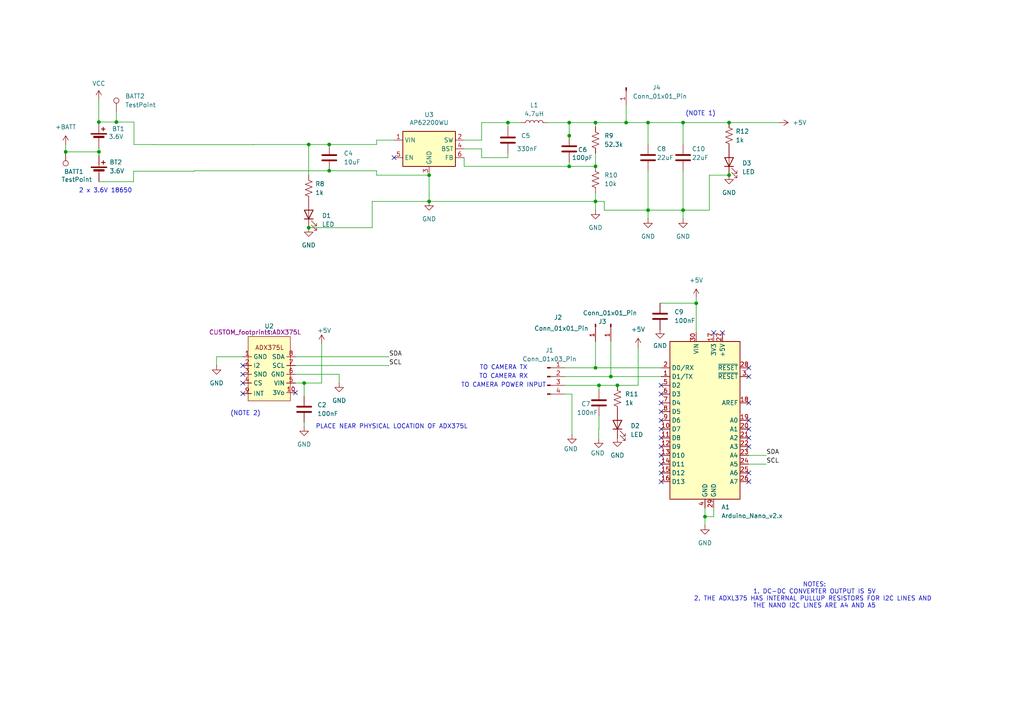
<source format=kicad_sch>
(kicad_sch (version 20231120) (generator "eeschema") (generator_version "8.0")
  (paper "A4")
  (title_block (title "UVR Anduril 2 Camera PCB") (date "2025-02-11") (rev "Rev 2.1") (company "By: Khephren Gould"))
  (lib_symbols
    (symbol "Connector:Conn_01x01_Pin" (pin_names (offset 1.016) hide)
      (property "Reference" "J" (at 0 2.54 0))
      (property "Value" "Conn_01x01_Pin" (at 0 -2.54 0))
      (symbol "Conn_01x01_Pin_1_1"
        (polyline (pts (xy 1.27 0) (xy 0.8636 0)) (stroke (width 0.1524)))
        (rectangle (start 0.8636 0.127) (end 0 -0.127) (stroke (width 0.1524)) (fill (type outline)))
        (pin passive line (at 5.08 0 180) (length 3.81) (name "Pin_1") (number "1"))
      )
    )
    (symbol "Connector:Conn_01x04_Pin" (pin_names (offset 1.016) hide)
      (property "Reference" "J" (at 0 5.08 0))
      (property "Value" "Conn_01x04_Pin" (at 0 -7.62 0))
      (symbol "Conn_01x04_Pin_1_1"
        (polyline (pts (xy 1.27 -5.08) (xy 0.8636 -5.08)) (stroke (width 0.1524)))
        (polyline (pts (xy 1.27 -2.54) (xy 0.8636 -2.54)) (stroke (width 0.1524)))
        (polyline (pts (xy 1.27 0) (xy 0.8636 0)) (stroke (width 0.1524)))
        (polyline (pts (xy 1.27 2.54) (xy 0.8636 2.54)) (stroke (width 0.1524)))
        (rectangle (start 0.8636 -4.953) (end 0 -5.207) (stroke (width 0.1524)) (fill (type outline)))
        (rectangle (start 0.8636 -2.413) (end 0 -2.667) (stroke (width 0.1524)) (fill (type outline)))
        (rectangle (start 0.8636 0.127) (end 0 -0.127) (stroke (width 0.1524)) (fill (type outline)))
        (rectangle (start 0.8636 2.667) (end 0 2.413) (stroke (width 0.1524)) (fill (type outline)))
        (pin passive line (at 5.08 2.54 180) (length 3.81) (name "Pin_1") (number "1"))
        (pin passive line (at 5.08 0 180) (length 3.81) (name "Pin_2") (number "2"))
        (pin passive line (at 5.08 -2.54 180) (length 3.81) (name "Pin_3") (number "3"))
        (pin passive line (at 5.08 -5.08 180) (length 3.81) (name "Pin_4") (number "4"))
      )
    )
    (symbol "Connector:TestPoint" (pin_numbers hide) (pin_names (offset 0.762) hide)
      (property "Reference" "TP" (at 0 6.858 0))
      (property "Value" "TestPoint" (at 0 5.08 0))
      (symbol "TestPoint_0_1"
        (circle (center 0 3.302) (radius 0.762))
      )
      (symbol "TestPoint_1_1"
        (pin passive line (at 0 0 90) (length 2.54) (name "1") (number "1"))
      )
    )
    (symbol "Device:Battery_Cell" (pin_numbers hide) (pin_names (offset 0) hide)
      (property "Reference" "BT" (at 2.54 2.54 0))
      (property "Value" "Battery_Cell" (at 2.54 0 0))
      (symbol "Battery_Cell_0_1"
        (rectangle (start -2.286 1.778) (end 2.286 1.524) (fill (type outline)))
        (rectangle (start -1.524 1.016) (end 1.524 0.508) (fill (type outline)))
        (polyline (pts (xy 0 0.762) (xy 0 0)))
        (polyline (pts (xy 0 1.778) (xy 0 2.54)))
        (polyline (pts (xy 0.762 3.048) (xy 1.778 3.048)) (stroke (width 0.254)))
        (polyline (pts (xy 1.27 3.556) (xy 1.27 2.54)) (stroke (width 0.254)))
      )
      (symbol "Battery_Cell_1_1"
        (pin passive line (at 0 5.08 270) (length 2.54) (name "+") (number "1"))
        (pin passive line (at 0 -2.54 90) (length 2.54) (name "-") (number "2"))
      )
    )
    (symbol "Device:C" (pin_numbers hide) (pin_names (offset 0.254))
      (property "Reference" "C" (at 0.635 2.54 0))
      (property "Value" "C" (at 0.635 -2.54 0))
      (symbol "C_0_1"
        (polyline (pts (xy -2.032 -0.762) (xy 2.032 -0.762)) (stroke (width 0.508)))
        (polyline (pts (xy -2.032 0.762) (xy 2.032 0.762)) (stroke (width 0.508)))
      )
      (symbol "C_1_1"
        (pin passive line (at 0 3.81 270) (length 2.794) (name "~") (number "1"))
        (pin passive line (at 0 -3.81 90) (length 2.794) (name "~") (number "2"))
      )
    )
    (symbol "Device:L" (pin_numbers hide) (pin_names (offset 1.016) hide)
      (property "Reference" "L" (at -1.27 0 90))
      (property "Value" "L" (at 1.905 0 90))
      (symbol "L_0_1"
        (arc (start 0 -2.54) (mid 0.6323 -1.905) (end 0 -1.27))
        (arc (start 0 -1.27) (mid 0.6323 -0.635) (end 0 0))
        (arc (start 0 0) (mid 0.6323 0.635) (end 0 1.27))
        (arc (start 0 1.27) (mid 0.6323 1.905) (end 0 2.54))
      )
      (symbol "L_1_1"
        (pin passive line (at 0 3.81 270) (length 1.27) (name "1") (number "1"))
        (pin passive line (at 0 -3.81 90) (length 1.27) (name "2") (number "2"))
      )
    )
    (symbol "Device:LED" (pin_numbers hide) (pin_names (offset 1.016) hide)
      (property "Reference" "D" (at 0 2.54 0))
      (property "Value" "LED" (at 0 -2.54 0))
      (symbol "LED_0_1"
        (polyline (pts (xy -1.27 -1.27) (xy -1.27 1.27)) (stroke (width 0.254)))
        (polyline (pts (xy -1.27 0) (xy 1.27 0)))
        (polyline (pts (xy 1.27 -1.27) (xy 1.27 1.27) (xy -1.27 0) (xy 1.27 -1.27)) (stroke (width 0.254)))
        (polyline (pts (xy -3.048 -0.762) (xy -4.572 -2.286) (xy -3.81 -2.286) (xy -4.572 -2.286) (xy -4.572 -1.524)))
        (polyline (pts (xy -1.778 -0.762) (xy -3.302 -2.286) (xy -2.54 -2.286) (xy -3.302 -2.286) (xy -3.302 -1.524)))
      )
      (symbol "LED_1_1"
        (pin passive line (at -3.81 0 0) (length 2.54) (name "K") (number "1"))
        (pin passive line (at 3.81 0 180) (length 2.54) (name "A") (number "2"))
      )
    )
    (symbol "Device:R_US" (pin_numbers hide) (pin_names (offset 0))
      (property "Reference" "R" (at 2.54 0 90))
      (property "Value" "R_US" (at -2.54 0 90))
      (symbol "R_US_0_1"
        (polyline (pts (xy 0 -2.286) (xy 0 -2.54)))
        (polyline (pts (xy 0 2.286) (xy 0 2.54)))
        (polyline (pts (xy 0 -0.762) (xy 1.016 -1.143) (xy 0 -1.524) (xy -1.016 -1.905) (xy 0 -2.286)))
        (polyline (pts (xy 0 0.762) (xy 1.016 0.381) (xy 0 0) (xy -1.016 -0.381) (xy 0 -0.762)))
        (polyline (pts (xy 0 2.286) (xy 1.016 1.905) (xy 0 1.524) (xy -1.016 1.143) (xy 0 0.762)))
      )
      (symbol "R_US_1_1"
        (pin passive line (at 0 3.81 270) (length 1.27) (name "~") (number "1"))
        (pin passive line (at 0 -3.81 90) (length 1.27) (name "~") (number "2"))
      )
    )
    (symbol "GND_1" (power) (pin_numbers hide) (pin_names (offset 0) hide)
      (property "Value" "GND" (at 0 -5.08 0))
      (symbol "GND_1_0_1"
        (polyline (pts (xy 0 0) (xy 0 -1.27) (xy 1.27 -1.27) (xy 0 -2.54) (xy -1.27 -1.27) (xy 0 -1.27)))
      )
      (symbol "GND_1_1_1"
        (pin bidirectional line (at 0 0 270) (length 0) (name "~") (number "1"))
      )
    )
    (symbol "MCU_Module:Arduino_Nano_v2.x"
      (property "Reference" "A1" (at 4.7341 -25.146 0))
      (property "Value" "Arduino_Nano_v2.x" (at 4.7341 -27.686 0))
      (symbol "Arduino_Nano_v2.x_0_1"
        (rectangle (start -10.16 22.86) (end 10.16 -22.86) (stroke (width 0.254)) (fill (type background)))
      )
      (symbol "Arduino_Nano_v2.x_1_1"
        (pin bidirectional line (at -12.7 12.7 0) (length 2.54) (name "D1/TX") (number "1"))
        (pin bidirectional line (at -12.7 -2.54 0) (length 2.54) (name "D7") (number "10"))
        (pin bidirectional line (at -12.7 -5.08 0) (length 2.54) (name "D8") (number "11"))
        (pin bidirectional line (at -12.7 -7.62 0) (length 2.54) (name "D9") (number "12"))
        (pin bidirectional line (at -12.7 -10.16 0) (length 2.54) (name "D10") (number "13"))
        (pin bidirectional line (at -12.7 -12.7 0) (length 2.54) (name "D11") (number "14"))
        (pin bidirectional line (at -12.7 -15.24 0) (length 2.54) (name "D12") (number "15"))
        (pin bidirectional line (at -12.7 -17.78 0) (length 2.54) (name "D13") (number "16"))
        (pin power_out line (at 2.54 25.4 270) (length 2.54) (name "3V3") (number "17"))
        (pin input line (at 12.7 5.08 180) (length 2.54) (name "AREF") (number "18"))
        (pin bidirectional line (at 12.7 0 180) (length 2.54) (name "A0") (number "19"))
        (pin bidirectional line (at -12.7 15.24 0) (length 2.54) (name "D0/RX") (number "2"))
        (pin bidirectional line (at 12.7 -2.54 180) (length 2.54) (name "A1") (number "20"))
        (pin bidirectional line (at 12.7 -5.08 180) (length 2.54) (name "A2") (number "21"))
        (pin bidirectional line (at 12.7 -7.62 180) (length 2.54) (name "A3") (number "22"))
        (pin bidirectional line (at 12.7 -10.16 180) (length 2.54) (name "A4") (number "23"))
        (pin bidirectional line (at 12.7 -12.7 180) (length 2.54) (name "A5") (number "24"))
        (pin bidirectional line (at 12.7 -15.24 180) (length 2.54) (name "A6") (number "25"))
        (pin bidirectional line (at 12.7 -17.78 180) (length 2.54) (name "A7") (number "26"))
        (pin power_out line (at 5.08 25.4 270) (length 2.54) (name "+5V") (number "27"))
        (pin input line (at 12.7 15.24 180) (length 2.54) (name "~{RESET}") (number "28"))
        (pin power_in line (at 2.54 -25.4 90) (length 2.54) (name "GND") (number "29"))
        (pin input line (at 12.7 12.7 180) (length 2.54) (name "~{RESET}") (number "3"))
        (pin bidirectional line (at -2.54 25.4 270) (length 2.54) (name "VIN") (number "30"))
        (pin power_in line (at 0 -25.4 90) (length 2.54) (name "GND") (number "4"))
        (pin bidirectional line (at -12.7 10.16 0) (length 2.54) (name "D2") (number "5"))
        (pin bidirectional line (at -12.7 7.62 0) (length 2.54) (name "D3") (number "6"))
        (pin bidirectional line (at -12.7 5.08 0) (length 2.54) (name "D4") (number "7"))
        (pin bidirectional line (at -12.7 2.54 0) (length 2.54) (name "D5") (number "8"))
        (pin bidirectional line (at -12.7 0 0) (length 2.54) (name "D6") (number "9"))
      )
    )
    (symbol "R_US_1" (pin_numbers hide) (pin_names (offset 0))
      (property "Reference" "R2" (at 2.54 1.2701 0))
      (property "Value" "10k" (at 2.54 -1.2699 0))
      (symbol "R_US_1_0_1"
        (polyline (pts (xy 0 -2.286) (xy 0 -2.54)))
        (polyline (pts (xy 0 2.286) (xy 0 2.54)))
        (polyline (pts (xy 0 -0.762) (xy 1.016 -1.143) (xy 0 -1.524) (xy -1.016 -1.905) (xy 0 -2.286)))
        (polyline (pts (xy 0 0.762) (xy 1.016 0.381) (xy 0 0) (xy -1.016 -0.381) (xy 0 -0.762)))
        (polyline (pts (xy 0 2.286) (xy 1.016 1.905) (xy 0 1.524) (xy -1.016 1.143) (xy 0 0.762)))
      )
      (symbol "R_US_1_1_1"
        (pin passive line (at 0 3.81 270) (length 1.27) (name "~") (number "1"))
        (pin power_out line (at 0 -3.81 90) (length 1.27) (name "~") (number "2"))
      )
    )
    (symbol "Regulator_Switching:AP62250WU"
      (property "Reference" "U3" (at 0 9.906 0))
      (property "Value" "AP62200WU" (at 0 7.62 0))
      (symbol "AP62250WU_0_1"
        (rectangle (start -7.62 5.08) (end 7.62 -5.08) (stroke (width 0.254)) (fill (type background)))
      )
      (symbol "AP62250WU_1_1"
        (pin bidirectional line (at -10.16 2.54 0) (length 2.54) (name "VIN") (number "1"))
        (pin output line (at 10.16 2.54 180) (length 2.54) (name "SW") (number "2"))
        (pin bidirectional line (at 0 -7.62 90) (length 2.54) (name "GND") (number "3"))
        (pin passive line (at 10.16 0 180) (length 2.54) (name "BST") (number "4"))
        (pin passive line (at -10.16 -2.54 0) (length 2.54) (name "EN") (number "5"))
        (pin input line (at 10.16 -2.54 180) (length 2.54) (name "FB") (number "6"))
      )
    )
    (symbol "Sensor:ADXL375"
      (property "Reference" "U4" (at 0.0127 1.27 0))
      (property "Value" "~" (at 0.0127 0 0))
      (symbol "ADXL375_0_0"
        (pin power_in line (at -7.62 -7.62 0) (length 2.54) (name "GND") (number "1"))
        (pin bidirectional line (at -7.62 -10.16 0) (length 2.54) (name "I2") (number "2"))
        (pin bidirectional line (at -7.62 -12.7 0) (length 2.54) (name "SNO") (number "3"))
        (pin bidirectional line (at -7.62 -15.24 0) (length 2.54) (name "CS") (number "4"))
      )
      (symbol "ADXL375_1_0"
        (pin power_in line (at 7.62 -18.034 180) (length 2.54) (name "3Vo") (number "10"))
        (pin power_in line (at 7.62 -15.24 180) (length 2.54) (name "VIN") (number "5"))
        (pin power_in line (at 7.62 -12.7 180) (length 2.54) (name "GND") (number "6"))
        (pin bidirectional line (at 7.62 -10.16 180) (length 2.54) (name "SCL") (number "7"))
        (pin bidirectional line (at 7.62 -7.62 180) (length 2.54) (name "SDA") (number "8"))
        (pin bidirectional line (at -7.62 -18.288 0) (length 2.54) (name "INT") (number "9"))
      )
      (symbol "ADXL375_1_1"
        (rectangle (start -6.096 -1.778) (end 6.1214 -20.4216) (fill (type background)))
        (text "ADX375L" (at 0.127 -4.953 0) (effects (font (size 1.27 1.27))))
      )
    )
    (symbol "power:+5V" (power) (pin_numbers hide) (pin_names (offset 0) hide)
      (property "Value" "+5V" (at 0 3.556 0))
      (symbol "+5V_0_1"
        (polyline (pts (xy -0.762 1.27) (xy 0 2.54)))
        (polyline (pts (xy 0 0) (xy 0 2.54)))
        (polyline (pts (xy 0 2.54) (xy 0.762 1.27)))
      )
      (symbol "+5V_1_1"
        (pin power_in line (at 0 0 90) (length 0) (name "~") (number "1"))
      )
    )
    (symbol "power:+BATT" (power) (pin_numbers hide) (pin_names (offset 0) hide)
      (property "Value" "+BATT" (at 0 3.556 0))
      (symbol "+BATT_0_1"
        (polyline (pts (xy -0.762 1.27) (xy 0 2.54)))
        (polyline (pts (xy 0 0) (xy 0 2.54)))
        (polyline (pts (xy 0 2.54) (xy 0.762 1.27)))
      )
      (symbol "+BATT_1_1"
        (pin power_in line (at 0 0 90) (length 0) (name "~") (number "1"))
      )
    )
    (symbol "power:GND" (power) (pin_numbers hide) (pin_names (offset 0) hide)
      (property "Value" "GND" (at 0 -3.81 0))
      (symbol "GND_0_1"
        (polyline (pts (xy 0 0) (xy 0 -1.27) (xy 1.27 -1.27) (xy 0 -2.54) (xy -1.27 -1.27) (xy 0 -1.27)))
      )
      (symbol "GND_1_1"
        (pin power_in line (at 0 0 270) (length 0) (name "~") (number "1"))
      )
    )
    (symbol "power:VCC" (power) (pin_numbers hide) (pin_names (offset 0) hide)
      (property "Value" "VCC" (at 0 3.556 0))
      (symbol "VCC_0_1"
        (polyline (pts (xy -0.762 1.27) (xy 0 2.54)))
        (polyline (pts (xy 0 0) (xy 0 2.54)))
        (polyline (pts (xy 0 2.54) (xy 0.762 1.27)))
      )
      (symbol "VCC_1_1"
        (pin power_in line (at 0 0 90) (length 0) (name "~") (number "1"))
      )
    )
  )
  (junction (at 187.96 60.96))
  (junction (at 172.72 106.68))
  (junction (at 177.165 109.22))
  (junction (at 165.1 48.26))
  (junction (at 172.72 35.56))
  (junction (at 95.4809 49.53))
  (junction (at 19.05 44.0508))
  (junction (at 33.7541 35.3992))
  (junction (at 211.455 50.8))
  (junction (at 173.7281 111.76))
  (junction (at 201.93 87.9576))
  (junction (at 187.96 35.56))
  (junction (at 124.46 58.42))
  (junction (at 88.2142 111.0996))
  (junction (at 28.6677 35.3992))
  (junction (at 179.07 111.76))
  (junction (at 172.72 48.26))
  (junction (at 89.535 41.91))
  (junction (at 28.702 44.0508))
  (junction (at 95.4809 41.91))
  (junction (at 198.12 35.56))
  (junction (at 89.535 66.04))
  (junction (at 211.455 35.56))
  (junction (at 172.72 58.42))
  (junction (at 198.12 60.96))
  (junction (at 165.1 39.3657))
  (junction (at 124.46 50.8))
  (junction (at 204.47 149.86))
  (junction (at 165.1 35.56))
  (junction (at 147.32 35.56))
  (junction (at 181.61 35.56))
  (no_connect (at 217.17 127))
  (no_connect (at 217.17 106.68))
  (no_connect (at 114.3 45.72))
  (no_connect (at 217.17 121.92))
  (no_connect (at 191.77 137.16))
  (no_connect (at 191.77 116.84))
  (no_connect (at 191.77 124.46))
  (no_connect (at 191.77 121.92))
  (no_connect (at 85.6742 113.8936))
  (no_connect (at 217.17 124.46))
  (no_connect (at 209.55 96.52))
  (no_connect (at 191.77 134.62))
  (no_connect (at 217.17 109.22))
  (no_connect (at 217.17 139.7))
  (no_connect (at 191.77 132.08))
  (no_connect (at 70.4342 111.0996))
  (no_connect (at 70.4342 108.5596))
  (no_connect (at 191.77 127))
  (no_connect (at 70.4342 114.1476))
  (no_connect (at 207.01 96.52))
  (no_connect (at 191.77 111.76))
  (no_connect (at 191.77 129.54))
  (no_connect (at 70.4342 106.0196))
  (no_connect (at 191.77 139.7))
  (no_connect (at 217.17 137.16))
  (no_connect (at 191.77 114.3))
  (no_connect (at 217.17 129.54))
  (no_connect (at 191.77 119.38))
  (no_connect (at 217.17 116.84))
  (wire (pts (xy 88.2142 122.5296) (xy 88.2142 123.7996)))
  (wire (pts (xy 163.83 111.76) (xy 173.7281 111.76)))
  (wire (pts (xy 139.7 35.56) (xy 139.7 40.64)))
  (wire (pts (xy 173.7281 120.65) (xy 173.7281 124.46)))
  (wire (pts (xy 33.7477 32.4782) (xy 33.7477 35.3928)))
  (wire (pts (xy 89.535 66.04) (xy 107.95 66.04)))
  (wire (pts (xy 217.17 134.62) (xy 222.25 134.62)))
  (wire (pts (xy 165.8906 114.3) (xy 165.8906 126.0869)))
  (wire (pts (xy 33.7541 35.3992) (xy 38.862 35.3992)))
  (wire (pts (xy 165.1 39.3657) (xy 165.1 39.37)))
  (wire (pts (xy 172.72 55.88) (xy 172.72 58.42)))
  (wire (pts (xy 95.4809 41.91) (xy 109.22 41.91)))
  (wire (pts (xy 181.61 30.48) (xy 181.61 35.56)))
  (wire (pts (xy 175.26 58.42) (xy 172.72 58.42)))
  (wire (pts (xy 98.3742 108.5596) (xy 98.3742 111.0996)))
  (wire (pts (xy 28.6677 43.0192) (xy 28.702 43.0192)))
  (wire (pts (xy 173.7281 111.76) (xy 179.07 111.76)))
  (wire (pts (xy 198.12 60.96) (xy 198.12 63.5)))
  (wire (pts (xy 204.47 147.32) (xy 204.47 149.86)))
  (wire (pts (xy 28.702 45.085) (xy 28.702 44.0508)))
  (wire (pts (xy 163.83 114.3) (xy 165.8906 114.3)))
  (wire (pts (xy 187.96 35.56) (xy 198.12 35.56)))
  (wire (pts (xy 185.0898 100.6348) (xy 185.0898 111.76)))
  (wire (pts (xy 28.702 44.0508) (xy 28.702 43.0192)))
  (wire (pts (xy 112.7506 103.4796) (xy 112.8268 103.5558)))
  (wire (pts (xy 124.46 50.8) (xy 124.46 58.42)))
  (wire (pts (xy 93.2942 99.6696) (xy 93.2942 111.0996)))
  (wire (pts (xy 187.96 49.53) (xy 187.96 60.96)))
  (wire (pts (xy 201.9072 87.9348) (xy 201.93 87.9576)))
  (wire (pts (xy 139.7 35.56) (xy 147.32 35.56)))
  (wire (pts (xy 134.62 43.18) (xy 139.7 43.18)))
  (wire (pts (xy 158.75 35.56) (xy 165.1 35.56)))
  (wire (pts (xy 198.12 49.53) (xy 198.12 60.96)))
  (wire (pts (xy 172.72 99.06) (xy 172.72 106.68)))
  (wire (pts (xy 28.649 28.797) (xy 28.649 35.3992)))
  (wire (pts (xy 124.46 58.42) (xy 107.95 58.42)))
  (wire (pts (xy 211.455 50.8) (xy 205.74 50.8)))
  (wire (pts (xy 205.74 60.96) (xy 198.12 60.96)))
  (wire (pts (xy 201.93 87.9576) (xy 201.93 96.52)))
  (wire (pts (xy 139.7 43.18) (xy 139.7 45.72)))
  (wire (pts (xy 201.93 86.36) (xy 201.93 87.9576)))
  (wire (pts (xy 38.862 35.3992) (xy 38.862 41.91)))
  (wire (pts (xy 134.62 40.64) (xy 139.7 40.64)))
  (wire (pts (xy 134.62 48.26) (xy 165.1 48.26)))
  (wire (pts (xy 28.6677 35.3992) (xy 28.649 35.3992)))
  (wire (pts (xy 85.6742 103.4796) (xy 112.7506 103.4796)))
  (wire (pts (xy 112.7506 106.0196) (xy 112.8268 106.0958)))
  (wire (pts (xy 175.26 60.96) (xy 175.26 58.42)))
  (wire (pts (xy 172.72 106.68) (xy 191.77 106.68)))
  (wire (pts (xy 89.535 41.91) (xy 89.535 50.8)))
  (wire (pts (xy 147.32 35.56) (xy 151.13 35.56)))
  (wire (pts (xy 33.7477 35.3928) (xy 33.7541 35.3992)))
  (wire (pts (xy 204.47 149.86) (xy 204.47 152.4)))
  (wire (pts (xy 187.96 60.96) (xy 187.96 63.5)))
  (wire (pts (xy 187.96 60.96) (xy 175.26 60.96)))
  (wire (pts (xy 187.96 60.96) (xy 198.12 60.96)))
  (wire (pts (xy 19.05 44.0508) (xy 28.702 44.0508)))
  (wire (pts (xy 109.22 49.53) (xy 109.22 50.8)))
  (wire (pts (xy 56.3589 49.657) (xy 56.3589 49.53)))
  (wire (pts (xy 191.4398 87.9348) (xy 201.9072 87.9348)))
  (wire (pts (xy 38.735 49.657) (xy 56.3589 49.657)))
  (wire (pts (xy 38.862 41.91) (xy 44.4754 41.91)))
  (wire (pts (xy 165.1 35.56) (xy 172.72 35.56)))
  (wire (pts (xy 88.2142 111.0996) (xy 93.2942 111.0996)))
  (wire (pts (xy 109.22 40.64) (xy 114.3 40.64)))
  (wire (pts (xy 173.6598 124.46) (xy 173.7281 124.46)))
  (wire (pts (xy 165.1 48.26) (xy 172.72 48.26)))
  (wire (pts (xy 198.12 35.56) (xy 198.12 41.91)))
  (wire (pts (xy 163.83 106.68) (xy 172.72 106.68)))
  (wire (pts (xy 139.7 45.72) (xy 147.32 45.72)))
  (wire (pts (xy 28.702 52.705) (xy 38.735 52.705)))
  (wire (pts (xy 85.6742 106.0196) (xy 112.7506 106.0196)))
  (wire (pts (xy 109.22 50.8) (xy 124.46 50.8)))
  (wire (pts (xy 95.4809 41.91) (xy 95.5113 41.9404)))
  (wire (pts (xy 181.61 35.56) (xy 187.96 35.56)))
  (wire (pts (xy 85.6742 108.5596) (xy 98.3742 108.5596)))
  (wire (pts (xy 205.74 50.8) (xy 205.74 60.96)))
  (wire (pts (xy 172.72 35.56) (xy 181.61 35.56)))
  (wire (pts (xy 38.735 52.705) (xy 38.735 49.657)))
  (wire (pts (xy 85.6742 111.0996) (xy 88.2142 111.0996)))
  (wire (pts (xy 217.17 132.08) (xy 222.25 132.08)))
  (wire (pts (xy 173.7281 111.76) (xy 173.7281 113.03)))
  (wire (pts (xy 147.32 44.45) (xy 147.32 45.72)))
  (wire (pts (xy 147.32 35.56) (xy 147.32 36.83)))
  (wire (pts (xy 95.4809 49.53) (xy 109.22 49.53)))
  (wire (pts (xy 88.2142 111.0996) (xy 88.2142 114.9096)))
  (wire (pts (xy 134.62 45.72) (xy 134.62 48.26)))
  (wire (pts (xy 165.1 46.9857) (xy 165.1 48.26)))
  (wire (pts (xy 177.165 109.22) (xy 191.77 109.22)))
  (wire (pts (xy 62.8142 103.4796) (xy 62.8142 106.0196)))
  (wire (pts (xy 56.3589 49.53) (xy 95.4809 49.53)))
  (wire (pts (xy 89.535 41.91) (xy 95.4809 41.91)))
  (wire (pts (xy 198.12 35.56) (xy 211.455 35.56)))
  (wire (pts (xy 107.95 58.42) (xy 107.95 66.04)))
  (wire (pts (xy 207.01 147.32) (xy 207.01 149.86)))
  (wire (pts (xy 95.4809 49.53) (xy 95.5113 49.5604)))
  (wire (pts (xy 185.0898 111.76) (xy 179.07 111.76)))
  (wire (pts (xy 44.5262 41.9608) (xy 73.6092 41.9608)))
  (wire (pts (xy 28.6677 35.3992) (xy 33.7541 35.3992)))
  (wire (pts (xy 204.47 149.86) (xy 207.01 149.86)))
  (wire (pts (xy 124.46 58.42) (xy 172.72 58.42)))
  (wire (pts (xy 211.455 35.56) (xy 226.06 35.56)))
  (wire (pts (xy 44.4754 41.91) (xy 44.5262 41.9608)))
  (wire (pts (xy 109.22 40.64) (xy 109.22 41.91)))
  (wire (pts (xy 73.66 41.91) (xy 89.535 41.91)))
  (wire (pts (xy 165.1 35.56) (xy 165.1 39.3657)))
  (wire (pts (xy 19.05 41.91) (xy 19.05 44.0508)))
  (wire (pts (xy 173.6598 127.3048) (xy 173.6598 124.46)))
  (wire (pts (xy 177.165 99.06) (xy 177.165 109.22)))
  (wire (pts (xy 172.72 44.45) (xy 172.72 48.26)))
  (wire (pts (xy 172.72 35.56) (xy 172.72 36.83)))
  (wire (pts (xy 62.8142 103.4796) (xy 70.4342 103.4796)))
  (wire (pts (xy 187.96 35.56) (xy 187.96 41.91)))
  (wire (pts (xy 73.6092 41.9608) (xy 73.66 41.91)))
  (wire (pts (xy 163.83 109.22) (xy 177.165 109.22)))
  (wire (pts (xy 172.72 58.42) (xy 172.72 60.96)))
  (text "NOTES:\n1. DC-DC CONVERTER OUTPUT IS 5V\n2. THE ADXL375 HAS INTERNAL PULLUP RESISTORS FOR I2C LINES AND \nTHE NANO I2C LINES ARE A4 AND A5" (at 236.22 172.72 0) (effects (font (size 1.27 1.27))))
  (text "TO CAMERA POWER INPUT" (at 146.05 111.76 0) (effects (font (size 1.27 1.27))))
  (text "2 x 3.6V 18650" (at 30.607 55.372 0) (effects (font (size 1.27 1.27))))
  (text "PLACE NEAR PHYSICAL LOCATION OF ADX375L" (at 113.6142 123.7996 0) (effects (font (size 1.27 1.27))))
  (text "TO CAMERA RX" (at 146.05 109.22 0) (effects (font (size 1.27 1.27))))
  (text "TO CAMERA TX" (at 146.05 106.68 0) (effects (font (size 1.27 1.27))))
  (text "(NOTE 2)" (at 71.1962 119.9896 0) (effects (font (size 1.27 1.27))))
  (text "(NOTE 1)" (at 203.2 33.02 0) (effects (font (size 1.27 1.27))))
  (label "SCL" (at 112.8268 106.0958 0))
  (label "SCL" (at 222.25 134.62 0))
  (label "SDA" (at 112.8268 103.5558 0))
  (label "SDA" (at 222.25 132.08 0))
  (symbol (lib_id "Device:C") (at 165.1 43.1757 0) (unit 1)
    (property "Reference" "C6" (at 167.64 43.434 0) (effects (justify left)))
    (property "Value" "100pF" (at 165.862 45.72 0) (effects (justify left)))
    (property "Footprint" "Capacitor_SMD:C_0603_1608Metric_Pad1.08x0.95mm_HandSolder" (effects (hide yes)))
    (property "Description" "Unpolarized capacitor" (effects (hide yes)))
  )
  (symbol (lib_id "power:GND") (at 172.72 60.96 0) (unit 1)
    (property "Reference" "#PWR014" (effects (hide yes)))
    (property "Value" "GND" (at 172.72 66.04 0))
    (property "Description" "Power symbol creates a global label with name \"GND\" , ground" (effects (hide yes)))
  )
  (symbol (lib_id "MCU_Module:Arduino_Nano_v2.x") (at 204.47 121.92 0) (unit 1)
    (property "Reference" "A1" (at 209.2041 147.066 0) (effects (justify left)))
    (property "Value" "Arduino_Nano_v2.x" (at 209.2041 149.606 0) (effects (justify left)))
    (property "Footprint" "Module:Arduino_Nano" (effects (hide yes)))
    (property "Datasheet" "https://www.arduino.cc/en/uploads/Main/ArduinoNanoManual23.pdf" (effects (hide yes)))
    (property "Description" "Arduino Nano v2.x" (effects (hide yes)))
  )
  (symbol (lib_id "Device:C") (at 95.5113 45.7504 0) (unit 1)
    (property "Reference" "C4" (at 99.695 44.4803 0) (effects (justify left)))
    (property "Value" "10uF" (at 99.695 47.0203 0) (effects (justify left)))
    (property "Footprint" "Capacitor_SMD:C_0805_2012Metric_Pad1.18x1.45mm_HandSolder" (effects (hide yes)))
    (property "Description" "Unpolarized capacitor" (effects (hide yes)))
  )
  (symbol (lib_id "Connector:TestPoint") (at 19.05 44.0508 180) (unit 1)
    (property "Reference" "BATT1" (at 18.542 49.784 0) (effects (justify right)))
    (property "Value" "TestPoint" (at 17.78 52.07 0) (effects (justify right)))
    (property "Footprint" "TestPoint:TestPoint_Pad_D2.0mm" (effects (hide yes)))
    (property "Description" "test point" (effects (hide yes)))
  )
  (symbol (lib_id "Device:C") (at 198.12 45.72 0) (unit 1)
    (property "Reference" "C10" (at 200.66 43.18 0) (effects (justify left)))
    (property "Value" "22uF" (at 200.66 45.72 0) (effects (justify left)))
    (property "Footprint" "Capacitor_SMD:C_0402_1005Metric_Pad0.74x0.62mm_HandSolder" (effects (hide yes)))
    (property "Description" "Unpolarized capacitor" (effects (hide yes)))
  )
  (symbol (lib_name "R_US_1") (lib_id "Device:R_US") (at 172.72 52.07 0) (unit 1)
    (property "Reference" "R10" (at 175.26 50.7999 0) (effects (justify left)))
    (property "Value" "10k" (at 175.26 53.3399 0) (effects (justify left)))
    (property "Footprint" "Resistor_SMD:R_0603_1608Metric_Pad0.98x0.95mm_HandSolder" (effects (hide yes)))
    (property "Description" "Resistor, US symbol" (effects (hide yes)))
  )
  (symbol (lib_id "power:+5V") (at 226.06 35.56 270) (unit 1)
    (property "Reference" "#PWR024" (effects (hide yes)))
    (property "Value" "+5V" (at 229.87 35.5599 90) (effects (justify left)))
    (property "Description" "Power symbol creates a global label with name \"+5V\"" (effects (hide yes)))
  )
  (symbol (lib_id "Device:C") (at 191.4398 91.7448 180) (unit 1)
    (property "Reference" "C9" (at 195.58 90.4747 0) (effects (justify right)))
    (property "Value" "100nF" (at 195.58 93.0147 0) (effects (justify right)))
    (property "Footprint" "Capacitor_SMD:C_0402_1005Metric_Pad0.74x0.62mm_HandSolder" (effects (hide yes)))
    (property "Description" "Unpolarized capacitor" (effects (hide yes)))
  )
  (symbol (lib_id "Connector:Conn_01x01_Pin") (at 172.72 93.98 270) (unit 1)
    (property "Reference" "J2" (at 160.655 92.075 90) (effects (justify left)))
    (property "Value" "Conn_01x01_Pin" (at 154.94 95.25 90) (effects (justify left)))
    (property "Footprint" "Connector_PinHeader_1.00mm:PinHeader_1x01_P1.00mm_Vertical" (effects (hide yes)))
    (property "Description" "Generic connector, single row, 01x01, script generated" (effects (hide yes)))
  )
  (symbol (lib_id "Regulator_Switching:AP62250WU") (at 124.46 43.18 0) (unit 1)
    (property "Reference" "U3" (at 124.46 33.274 0))
    (property "Value" "AP62200WU" (at 124.46 35.56 0))
    (property "Footprint" "Package_TO_SOT_SMD:TSOT-23-6" (effects (hide yes)))
    (property "Datasheet" "https://www.diodes.com/assets/Datasheets/AP62250.pdf" (effects (hide yes)))
    (property "Description" "2.5A, 1.3MHz Buck DC/DC Converter, 4.2V-18V input voltage, 0.8V-7V adjustable output voltage, TSOT-23-6" (effects (hide yes)))
  )
  (symbol (lib_id "power:+BATT") (at 19.05 41.91 0) (unit 1)
    (property "Reference" "#PWR01" (effects (hide yes)))
    (property "Value" "+BATT" (at 19.05 36.83 0))
    (property "Description" "Power symbol creates a global label with name \"+BATT\"" (effects (hide yes)))
  )
  (symbol (lib_id "power:GND") (at 62.8142 106.0196 0) (unit 1)
    (property "Reference" "#PWR03" (effects (hide yes)))
    (property "Value" "GND" (at 62.8142 111.0996 0))
    (property "Description" "Power symbol creates a global label with name \"GND\" , ground" (effects (hide yes)))
  )
  (symbol (lib_id "Device:Battery_Cell") (at 28.6677 40.4792 0) (unit 1)
    (property "Reference" "BT1" (at 32.4777 37.3676 0) (effects (justify left)))
    (property "Value" "3.6V" (at 31.496 39.624 0) (effects (justify left)))
    (property "Footprint" "CUSTOM_footprints:BatteryClip_Keystone_54_D16-19mm" (effects (hide yes)))
    (property "Description" "Single-cell battery" (effects (hide yes)))
  )
  (symbol (lib_id "power:GND") (at 198.12 63.5 0) (unit 1)
    (property "Reference" "#PWR020" (effects (hide yes)))
    (property "Value" "GND" (at 198.12 68.58 0))
    (property "Description" "Power symbol creates a global label with name \"GND\" , ground" (effects (hide yes)))
  )
  (symbol (lib_id "Device:C") (at 173.7281 116.84 0) (unit 1)
    (property "Reference" "C7" (at 168.5798 117.1448 0) (effects (justify left)))
    (property "Value" "100nF" (at 167.3098 119.6848 0) (effects (justify left)))
    (property "Footprint" "Capacitor_SMD:C_0402_1005Metric_Pad0.74x0.62mm_HandSolder" (effects (hide yes)))
    (property "Description" "Unpolarized capacitor" (effects (hide yes)))
  )
  (symbol (lib_id "power:GND") (at 191.4398 95.5548 0) (unit 1)
    (property "Reference" "#PWR019" (effects (hide yes)))
    (property "Value" "GND" (at 191.4398 100.2792 0))
    (property "Description" "Power symbol creates a global label with name \"GND\" , ground" (effects (hide yes)))
  )
  (symbol (lib_id "Device:R_US") (at 172.72 40.64 0) (unit 1)
    (property "Reference" "R9" (at 175.26 39.3699 0) (effects (justify left)))
    (property "Value" "52.3k" (at 175.26 41.9099 0) (effects (justify left)))
    (property "Footprint" "Resistor_SMD:R_0402_1005Metric_Pad0.72x0.64mm_HandSolder" (effects (hide yes)))
    (property "Description" "Resistor, US symbol" (effects (hide yes)))
  )
  (symbol (lib_name "GND_1") (lib_id "power:GND") (at 124.46 58.42 0) (unit 1)
    (property "Reference" "#PWR012" (effects (hide yes)))
    (property "Value" "GND" (at 124.46 63.5 0))
    (property "Description" "Power symbol creates a global label with name \"GND\" , ground" (effects (hide yes)))
  )
  (symbol (lib_id "Device:LED") (at 179.07 123.19 90) (unit 1)
    (property "Reference" "D2" (at 182.88 123.5074 90) (effects (justify right)))
    (property "Value" "LED" (at 182.88 126.0474 90) (effects (justify right)))
    (property "Footprint" "LED_SMD:LED_0603_1608Metric_Pad1.05x0.95mm_HandSolder" (effects (hide yes)))
    (property "Description" "Light emitting diode" (effects (hide yes)))
  )
  (symbol (lib_id "Device:LED") (at 211.455 46.99 90) (unit 1)
    (property "Reference" "D3" (at 215.265 47.3074 90) (effects (justify right)))
    (property "Value" "LED" (at 215.265 49.8474 90) (effects (justify right)))
    (property "Footprint" "LED_SMD:LED_0603_1608Metric_Pad1.05x0.95mm_HandSolder" (effects (hide yes)))
    (property "Description" "Light emitting diode" (effects (hide yes)))
  )
  (symbol (lib_name "GND_1") (lib_id "power:GND") (at 211.455 50.8 0) (unit 1)
    (property "Reference" "#PWR023" (effects (hide yes)))
    (property "Value" "GND" (at 211.455 55.88 0))
    (property "Description" "Power symbol creates a global label with name \"GND\" , ground" (effects (hide yes)))
  )
  (symbol (lib_id "Connector:TestPoint") (at 33.7477 32.4782 0) (unit 1)
    (property "Reference" "BATT2" (at 36.2877 27.9061 0) (effects (justify left)))
    (property "Value" "TestPoint" (at 36.2877 30.4461 0) (effects (justify left)))
    (property "Footprint" "TestPoint:TestPoint_Pad_D2.0mm" (effects (hide yes)))
    (property "Description" "test point" (effects (hide yes)))
  )
  (symbol (lib_name "R_US_1") (lib_id "Device:R_US") (at 89.535 54.61 0) (unit 1)
    (property "Reference" "R8" (at 91.44 53.3399 0) (effects (justify left)))
    (property "Value" "1k" (at 91.44 55.8799 0) (effects (justify left)))
    (property "Footprint" "Resistor_SMD:R_0402_1005Metric_Pad0.72x0.64mm_HandSolder" (effects (hide yes)))
    (property "Description" "Resistor, US symbol" (effects (hide yes)))
  )
  (symbol (lib_id "power:VCC") (at 28.649 28.797 0) (unit 1)
    (property "Reference" "#PWR02" (effects (hide yes)))
    (property "Value" "VCC" (at 28.649 24.2174 0))
    (property "Description" "Power symbol creates a global label with name \"VCC\"" (effects (hide yes)))
  )
  (symbol (lib_id "power:GND") (at 187.96 63.5 0) (unit 1)
    (property "Reference" "#PWR018" (effects (hide yes)))
    (property "Value" "GND" (at 187.96 68.58 0))
    (property "Description" "Power symbol creates a global label with name \"GND\" , ground" (effects (hide yes)))
  )
  (symbol (lib_id "power:+5V") (at 93.2942 99.6696 0) (unit 1)
    (property "Reference" "#PWR06" (effects (hide yes)))
    (property "Value" "+5V" (at 94.0562 95.8596 0))
    (property "Description" "Power symbol creates a global label with name \"+5V\"" (effects (hide yes)))
  )
  (symbol (lib_id "Device:C") (at 187.96 45.72 0) (unit 1)
    (property "Reference" "C8" (at 190.5 43.18 0) (effects (justify left)))
    (property "Value" "22uF" (at 190.5 45.72 0) (effects (justify left)))
    (property "Footprint" "Capacitor_SMD:C_0402_1005Metric_Pad0.74x0.62mm_HandSolder" (effects (hide yes)))
    (property "Description" "Unpolarized capacitor" (effects (hide yes)))
  )
  (symbol (lib_id "power:GND") (at 204.47 152.4 0) (unit 1)
    (property "Reference" "#PWR022" (effects (hide yes)))
    (property "Value" "GND" (at 204.47 157.48 0))
    (property "Description" "Power symbol creates a global label with name \"GND\" , ground" (effects (hide yes)))
  )
  (symbol (lib_id "Device:Battery_Cell") (at 28.702 50.165 0) (unit 1)
    (property "Reference" "BT2" (at 31.75 47.0534 0) (effects (justify left)))
    (property "Value" "3.6V" (at 31.75 49.5934 0) (effects (justify left)))
    (property "Footprint" "CUSTOM_footprints:BatteryClip_Keystone_54_D16-19mm" (effects (hide yes)))
    (property "Description" "Single-cell battery" (effects (hide yes)))
  )
  (symbol (lib_id "Connector:Conn_01x01_Pin") (at 181.61 25.4 270) (unit 1)
    (property "Reference" "J4" (at 189.23 25.4 90) (effects (justify left)))
    (property "Value" "Conn_01x01_Pin" (at 183.515 27.94 90) (effects (justify left)))
    (property "Footprint" "Connector_PinHeader_1.00mm:PinHeader_1x01_P1.00mm_Vertical" (effects (hide yes)))
    (property "Description" "Generic connector, single row, 01x01, script generated" (effects (hide yes)))
  )
  (symbol (lib_id "power:GND") (at 88.2142 123.7996 0) (unit 1)
    (property "Reference" "#PWR05" (effects (hide yes)))
    (property "Value" "GND" (at 88.2142 128.8796 0))
    (property "Description" "Power symbol creates a global label with name \"GND\" , ground" (effects (hide yes)))
  )
  (symbol (lib_id "Connector:Conn_01x01_Pin") (at 177.165 93.98 270) (unit 1)
    (property "Reference" "J3" (at 173.5328 93.2688 90) (effects (justify left)))
    (property "Value" "Conn_01x01_Pin" (at 169.037 90.7796 90) (effects (justify left)))
    (property "Footprint" "Connector_PinHeader_1.00mm:PinHeader_1x01_P1.00mm_Vertical" (effects (hide yes)))
    (property "Description" "Generic connector, single row, 01x01, script generated" (effects (hide yes)))
  )
  (symbol (lib_name "R_US_1") (lib_id "Device:R_US") (at 179.07 115.57 0) (unit 1)
    (property "Reference" "R11" (at 181.2798 114.2999 0) (effects (justify left)))
    (property "Value" "1k" (at 181.2798 116.8399 0) (effects (justify left)))
    (property "Footprint" "Resistor_SMD:R_0402_1005Metric_Pad0.72x0.64mm_HandSolder" (effects (hide yes)))
    (property "Description" "Resistor, US symbol" (effects (hide yes)))
  )
  (symbol (lib_id "Device:C") (at 147.32 40.64 0) (unit 1)
    (property "Reference" "C5" (at 151.13 39.3699 0) (effects (justify left)))
    (property "Value" "330nF" (at 149.86 43.18 0) (effects (justify left)))
    (property "Footprint" "Capacitor_SMD:C_0805_2012Metric_Pad1.18x1.45mm_HandSolder" (effects (hide yes)))
    (property "Description" "Unpolarized capacitor" (effects (hide yes)))
  )
  (symbol (lib_id "power:+5V") (at 185.0898 100.6348 0) (unit 1)
    (property "Reference" "#PWR017" (effects (hide yes)))
    (property "Value" "+5V" (at 185.0898 95.5548 0))
    (property "Description" "Power symbol creates a global label with name \"+5V\"" (effects (hide yes)))
  )
  (symbol (lib_name "GND_1") (lib_id "power:GND") (at 89.535 66.04 0) (unit 1)
    (property "Reference" "#PWR010" (effects (hide yes)))
    (property "Value" "GND" (at 89.535 71.12 0))
    (property "Description" "Power symbol creates a global label with name \"GND\" , ground" (effects (hide yes)))
  )
  (symbol (lib_id "power:GND") (at 165.8906 126.0869 0) (unit 1)
    (property "Reference" "#PWR013" (effects (hide yes)))
    (property "Value" "GND" (at 165.5683 130.2017 0))
    (property "Description" "Power symbol creates a global label with name \"GND\" , ground" (effects (hide yes)))
  )
  (symbol (lib_id "Sensor:ADXL375") (at 78.0542 95.8596 0) (unit 1)
    (property "Reference" "U2" (at 78.0669 94.5896 0))
    (property "Value" "~" (at 78.0669 95.8596 0))
    (property "Footprint" "CUSTOM_footprints:ADX375L" (at 73.9902 96.3676 0))
  )
  (symbol (lib_id "Device:L") (at 154.94 35.56 90) (unit 1)
    (property "Reference" "L1" (at 154.94 30.48 90))
    (property "Value" "4.7uH" (at 154.94 33.02 90))
    (property "Footprint" "Inductor_SMD:BOURNS_SRN5040_CUSTOM" (effects (hide yes)))
    (property "Description" "Inductor" (effects (hide yes)))
  )
  (symbol (lib_id "power:GND") (at 98.3742 111.0996 0) (unit 1)
    (property "Reference" "#PWR07" (effects (hide yes)))
    (property "Value" "GND" (at 98.3742 116.1796 0))
    (property "Description" "Power symbol creates a global label with name \"GND\" , ground" (effects (hide yes)))
  )
  (symbol (lib_id "power:+5V") (at 201.93 86.36 0) (unit 1)
    (property "Reference" "#PWR021" (effects (hide yes)))
    (property "Value" "+5V" (at 201.93 81.28 0))
    (property "Description" "Power symbol creates a global label with name \"+5V\"" (effects (hide yes)))
  )
  (symbol (lib_id "Connector:Conn_01x04_Pin") (at 158.75 109.22 0) (unit 1)
    (property "Reference" "J1" (at 159.385 101.6 0))
    (property "Value" "Conn_01x03_Pin" (at 159.385 104.14 0))
    (property "Footprint" "Connector_Molex:Molex_PicoBlade_53047-0310_1x03_P1.25mm_Vertical" (effects (hide yes)))
    (property "Description" "Generic connector, single row, 01x04, script generated" (effects (hide yes)))
  )
  (symbol (lib_id "Device:LED") (at 89.535 62.23 90) (unit 1)
    (property "Reference" "D1" (at 93.345 62.5474 90) (effects (justify right)))
    (property "Value" "LED" (at 93.345 65.0874 90) (effects (justify right)))
    (property "Footprint" "LED_SMD:LED_0603_1608Metric_Pad1.05x0.95mm_HandSolder" (effects (hide yes)))
    (property "Description" "Light emitting diode" (effects (hide yes)))
  )
  (symbol (lib_id "power:GND") (at 173.6598 127.3048 0) (unit 1)
    (property "Reference" "#PWR015" (effects (hide yes)))
    (property "Value" "GND" (at 173.3375 131.4196 0))
    (property "Description" "Power symbol creates a global label with name \"GND\" , ground" (effects (hide yes)))
  )
  (symbol (lib_name "GND_1") (lib_id "power:GND") (at 179.07 127 0) (unit 1)
    (property "Reference" "#PWR016" (effects (hide yes)))
    (property "Value" "GND" (at 179.07 132.08 0))
    (property "Description" "Power symbol creates a global label with name \"GND\" , ground" (effects (hide yes)))
  )
  (symbol (lib_id "Device:C") (at 88.2142 118.7196 0) (unit 1)
    (property "Reference" "C2" (at 92.0242 117.4495 0) (effects (justify left)))
    (property "Value" "100nF" (at 92.0242 119.9895 0) (effects (justify left)))
    (property "Footprint" "Capacitor_SMD:C_0402_1005Metric_Pad0.74x0.62mm_HandSolder" (effects (hide yes)))
    (property "Description" "Unpolarized capacitor" (effects (hide yes)))
  )
  (symbol (lib_name "R_US_1") (lib_id "Device:R_US") (at 211.455 39.37 0) (unit 1)
    (property "Reference" "R12" (at 213.36 38.0999 0) (effects (justify left)))
    (property "Value" "1k" (at 213.36 40.6399 0) (effects (justify left)))
    (property "Footprint" "Resistor_SMD:R_0402_1005Metric_Pad0.72x0.64mm_HandSolder" (effects (hide yes)))
    (property "Description" "Resistor, US symbol" (effects (hide yes)))
  )
)
</source>
